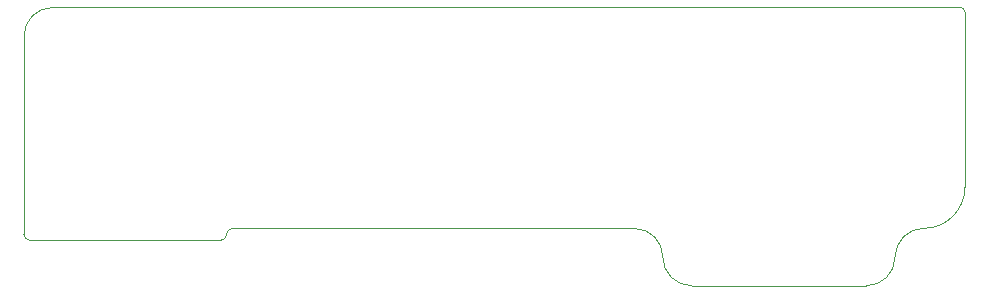
<source format=gm1>
G04 #@! TF.GenerationSoftware,KiCad,Pcbnew,8.0.0*
G04 #@! TF.CreationDate,2024-10-21T16:28:35+02:00*
G04 #@! TF.ProjectId,BatteryBridge,42617474-6572-4794-9272-696467652e6b,rev?*
G04 #@! TF.SameCoordinates,Original*
G04 #@! TF.FileFunction,Profile,NP*
%FSLAX46Y46*%
G04 Gerber Fmt 4.6, Leading zero omitted, Abs format (unit mm)*
G04 Created by KiCad (PCBNEW 8.0.0) date 2024-10-21 16:28:35*
%MOMM*%
%LPD*%
G01*
G04 APERTURE LIST*
G04 #@! TA.AperFunction,Profile*
%ADD10C,0.050000*%
G04 #@! TD*
G04 APERTURE END LIST*
D10*
X88747600Y-97290400D02*
X72593200Y-97290400D01*
X143420500Y-101134400D02*
X128617200Y-101134400D01*
X89255600Y-96782400D02*
G75*
G02*
X89763600Y-96274400I508000J0D01*
G01*
X151761600Y-92794400D02*
X151761600Y-77944400D01*
X123757200Y-96274400D02*
X89763600Y-96274400D01*
X72593200Y-97290400D02*
G75*
G02*
X72085200Y-96782400I0J508000D01*
G01*
X151391600Y-77574400D02*
G75*
G02*
X151761600Y-77944400I0J-370000D01*
G01*
X145850500Y-98704400D02*
G75*
G02*
X143420500Y-101134400I-2430000J0D01*
G01*
X74523600Y-77574400D02*
X151391600Y-77574400D01*
X72093600Y-80004400D02*
X72085200Y-96782400D01*
X72093600Y-80004400D02*
G75*
G02*
X74523600Y-77574400I2430000J0D01*
G01*
X128617200Y-101134400D02*
G75*
G02*
X126187200Y-98704400I0J2430000D01*
G01*
X89255600Y-96782400D02*
G75*
G02*
X88747600Y-97290400I-508000J0D01*
G01*
X145850500Y-98704400D02*
G75*
G02*
X148280500Y-96274400I2430000J0D01*
G01*
X123757200Y-96274400D02*
G75*
G02*
X126187200Y-98704400I0J-2430000D01*
G01*
X151761600Y-92794400D02*
G75*
G02*
X148280500Y-96274400I-3481100J1100D01*
G01*
M02*

</source>
